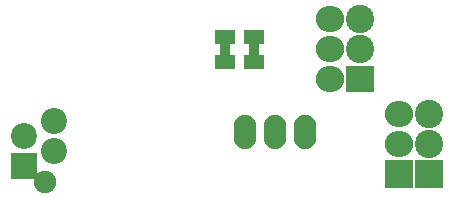
<source format=gbr>
G04 #@! TF.FileFunction,Soldermask,Bot*
%FSLAX46Y46*%
G04 Gerber Fmt 4.6, Leading zero omitted, Abs format (unit mm)*
G04 Created by KiCad (PCBNEW (2015-08-26 BZR 6129, Git 2e41367)-product) date 9/23/2019 12:40:44 AM*
%MOMM*%
G01*
G04 APERTURE LIST*
%ADD10C,0.100000*%
%ADD11R,2.400000X2.200000*%
%ADD12O,2.400000X2.200000*%
%ADD13C,2.400000*%
%ADD14R,2.400000X2.400000*%
%ADD15O,1.900000X2.900000*%
%ADD16R,2.200000X2.200000*%
%ADD17C,2.200000*%
%ADD18C,1.900000*%
%ADD19R,1.700000X1.300000*%
%ADD20R,0.900000X1.910000*%
G04 APERTURE END LIST*
D10*
D11*
X10160000Y5460000D03*
D12*
X7620000Y5460000D03*
D13*
X10160000Y8000000D03*
D12*
X7620000Y8000000D03*
D13*
X10160000Y10540000D03*
D12*
X7620000Y10540000D03*
D14*
X16000000Y-2540000D03*
X13460000Y-2540000D03*
D13*
X16000000Y0D03*
D12*
X13460000Y0D03*
D13*
X16000000Y2540000D03*
D12*
X13460000Y2540000D03*
D15*
X460000Y1000000D03*
X3000000Y1000000D03*
X5540000Y1000000D03*
D16*
X-18270000Y-1905000D03*
D17*
X-15730000Y-635000D03*
X-18270000Y635000D03*
X-15730000Y1905000D03*
D18*
X-16470000Y-3255000D03*
D19*
X1250000Y6950000D03*
X1250000Y9050000D03*
D20*
X1250000Y8000000D03*
D19*
X-1250000Y6950000D03*
X-1250000Y9050000D03*
D20*
X-1250000Y8000000D03*
M02*

</source>
